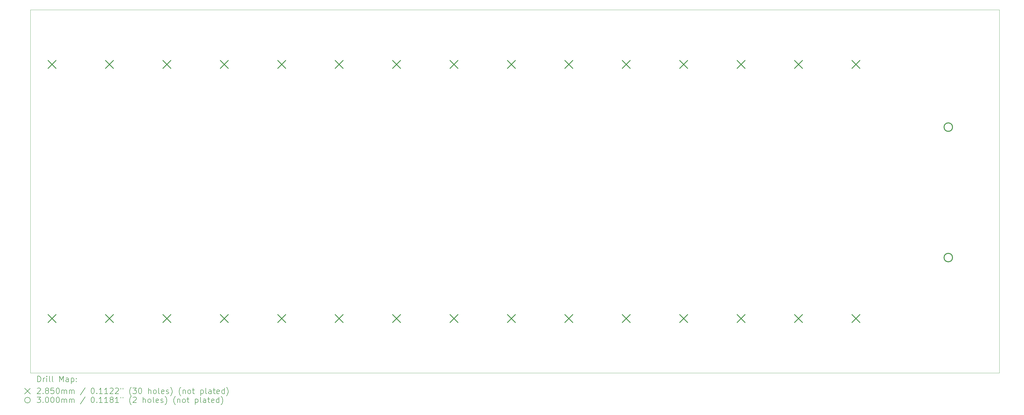
<source format=gbr>
%TF.GenerationSoftware,KiCad,Pcbnew,(6.0.9-0)*%
%TF.CreationDate,2023-02-07T08:34:55+01:00*%
%TF.ProjectId,Backplane,4261636b-706c-4616-9e65-2e6b69636164,A*%
%TF.SameCoordinates,Original*%
%TF.FileFunction,Drillmap*%
%TF.FilePolarity,Positive*%
%FSLAX45Y45*%
G04 Gerber Fmt 4.5, Leading zero omitted, Abs format (unit mm)*
G04 Created by KiCad (PCBNEW (6.0.9-0)) date 2023-02-07 08:34:55*
%MOMM*%
%LPD*%
G01*
G04 APERTURE LIST*
%ADD10C,0.100000*%
%ADD11C,0.200000*%
%ADD12C,0.285000*%
%ADD13C,0.300000*%
G04 APERTURE END LIST*
D10*
X3810000Y-7825500D02*
X38100000Y-7825500D01*
X38100000Y-7825500D02*
X38100000Y-20680500D01*
X38100000Y-20680500D02*
X3810000Y-20680500D01*
X3810000Y-20680500D02*
X3810000Y-7825500D01*
D11*
D12*
X4425250Y-9610500D02*
X4710250Y-9895500D01*
X4710250Y-9610500D02*
X4425250Y-9895500D01*
X4425250Y-18610500D02*
X4710250Y-18895500D01*
X4710250Y-18610500D02*
X4425250Y-18895500D01*
X6457250Y-9610500D02*
X6742250Y-9895500D01*
X6742250Y-9610500D02*
X6457250Y-9895500D01*
X6457250Y-18610500D02*
X6742250Y-18895500D01*
X6742250Y-18610500D02*
X6457250Y-18895500D01*
X8489250Y-9610500D02*
X8774250Y-9895500D01*
X8774250Y-9610500D02*
X8489250Y-9895500D01*
X8489250Y-18610500D02*
X8774250Y-18895500D01*
X8774250Y-18610500D02*
X8489250Y-18895500D01*
X10521250Y-9610500D02*
X10806250Y-9895500D01*
X10806250Y-9610500D02*
X10521250Y-9895500D01*
X10521250Y-18610500D02*
X10806250Y-18895500D01*
X10806250Y-18610500D02*
X10521250Y-18895500D01*
X12553250Y-9610500D02*
X12838250Y-9895500D01*
X12838250Y-9610500D02*
X12553250Y-9895500D01*
X12553250Y-18610500D02*
X12838250Y-18895500D01*
X12838250Y-18610500D02*
X12553250Y-18895500D01*
X14585250Y-9610500D02*
X14870250Y-9895500D01*
X14870250Y-9610500D02*
X14585250Y-9895500D01*
X14585250Y-18610500D02*
X14870250Y-18895500D01*
X14870250Y-18610500D02*
X14585250Y-18895500D01*
X16617250Y-9610500D02*
X16902250Y-9895500D01*
X16902250Y-9610500D02*
X16617250Y-9895500D01*
X16617250Y-18610500D02*
X16902250Y-18895500D01*
X16902250Y-18610500D02*
X16617250Y-18895500D01*
X18649250Y-9610500D02*
X18934250Y-9895500D01*
X18934250Y-9610500D02*
X18649250Y-9895500D01*
X18649250Y-18610500D02*
X18934250Y-18895500D01*
X18934250Y-18610500D02*
X18649250Y-18895500D01*
X20681250Y-9610500D02*
X20966250Y-9895500D01*
X20966250Y-9610500D02*
X20681250Y-9895500D01*
X20681250Y-18610500D02*
X20966250Y-18895500D01*
X20966250Y-18610500D02*
X20681250Y-18895500D01*
X22713250Y-9610500D02*
X22998250Y-9895500D01*
X22998250Y-9610500D02*
X22713250Y-9895500D01*
X22713250Y-18610500D02*
X22998250Y-18895500D01*
X22998250Y-18610500D02*
X22713250Y-18895500D01*
X24745250Y-9610500D02*
X25030250Y-9895500D01*
X25030250Y-9610500D02*
X24745250Y-9895500D01*
X24745250Y-18610500D02*
X25030250Y-18895500D01*
X25030250Y-18610500D02*
X24745250Y-18895500D01*
X26777250Y-9610500D02*
X27062250Y-9895500D01*
X27062250Y-9610500D02*
X26777250Y-9895500D01*
X26777250Y-18610500D02*
X27062250Y-18895500D01*
X27062250Y-18610500D02*
X26777250Y-18895500D01*
X28809250Y-9610500D02*
X29094250Y-9895500D01*
X29094250Y-9610500D02*
X28809250Y-9895500D01*
X28809250Y-18610500D02*
X29094250Y-18895500D01*
X29094250Y-18610500D02*
X28809250Y-18895500D01*
X30841250Y-9610500D02*
X31126250Y-9895500D01*
X31126250Y-9610500D02*
X30841250Y-9895500D01*
X30841250Y-18610500D02*
X31126250Y-18895500D01*
X31126250Y-18610500D02*
X30841250Y-18895500D01*
X32873250Y-9610500D02*
X33158250Y-9895500D01*
X33158250Y-9610500D02*
X32873250Y-9895500D01*
X32873250Y-18610500D02*
X33158250Y-18895500D01*
X33158250Y-18610500D02*
X32873250Y-18895500D01*
D13*
X36440000Y-11976500D02*
G75*
G03*
X36440000Y-11976500I-150000J0D01*
G01*
X36440000Y-16596500D02*
G75*
G03*
X36440000Y-16596500I-150000J0D01*
G01*
D11*
X4062619Y-20995976D02*
X4062619Y-20795976D01*
X4110238Y-20795976D01*
X4138809Y-20805500D01*
X4157857Y-20824548D01*
X4167381Y-20843595D01*
X4176905Y-20881690D01*
X4176905Y-20910262D01*
X4167381Y-20948357D01*
X4157857Y-20967405D01*
X4138809Y-20986452D01*
X4110238Y-20995976D01*
X4062619Y-20995976D01*
X4262619Y-20995976D02*
X4262619Y-20862643D01*
X4262619Y-20900738D02*
X4272143Y-20881690D01*
X4281667Y-20872167D01*
X4300714Y-20862643D01*
X4319762Y-20862643D01*
X4386429Y-20995976D02*
X4386429Y-20862643D01*
X4386429Y-20795976D02*
X4376905Y-20805500D01*
X4386429Y-20815024D01*
X4395952Y-20805500D01*
X4386429Y-20795976D01*
X4386429Y-20815024D01*
X4510238Y-20995976D02*
X4491190Y-20986452D01*
X4481667Y-20967405D01*
X4481667Y-20795976D01*
X4615000Y-20995976D02*
X4595952Y-20986452D01*
X4586429Y-20967405D01*
X4586429Y-20795976D01*
X4843571Y-20995976D02*
X4843571Y-20795976D01*
X4910238Y-20938833D01*
X4976905Y-20795976D01*
X4976905Y-20995976D01*
X5157857Y-20995976D02*
X5157857Y-20891214D01*
X5148333Y-20872167D01*
X5129286Y-20862643D01*
X5091190Y-20862643D01*
X5072143Y-20872167D01*
X5157857Y-20986452D02*
X5138810Y-20995976D01*
X5091190Y-20995976D01*
X5072143Y-20986452D01*
X5062619Y-20967405D01*
X5062619Y-20948357D01*
X5072143Y-20929310D01*
X5091190Y-20919786D01*
X5138810Y-20919786D01*
X5157857Y-20910262D01*
X5253095Y-20862643D02*
X5253095Y-21062643D01*
X5253095Y-20872167D02*
X5272143Y-20862643D01*
X5310238Y-20862643D01*
X5329286Y-20872167D01*
X5338810Y-20881690D01*
X5348333Y-20900738D01*
X5348333Y-20957881D01*
X5338810Y-20976929D01*
X5329286Y-20986452D01*
X5310238Y-20995976D01*
X5272143Y-20995976D01*
X5253095Y-20986452D01*
X5434048Y-20976929D02*
X5443571Y-20986452D01*
X5434048Y-20995976D01*
X5424524Y-20986452D01*
X5434048Y-20976929D01*
X5434048Y-20995976D01*
X5434048Y-20872167D02*
X5443571Y-20881690D01*
X5434048Y-20891214D01*
X5424524Y-20881690D01*
X5434048Y-20872167D01*
X5434048Y-20891214D01*
X3605000Y-21225500D02*
X3805000Y-21425500D01*
X3805000Y-21225500D02*
X3605000Y-21425500D01*
X4053095Y-21235024D02*
X4062619Y-21225500D01*
X4081667Y-21215976D01*
X4129286Y-21215976D01*
X4148333Y-21225500D01*
X4157857Y-21235024D01*
X4167381Y-21254071D01*
X4167381Y-21273119D01*
X4157857Y-21301690D01*
X4043571Y-21415976D01*
X4167381Y-21415976D01*
X4253095Y-21396929D02*
X4262619Y-21406452D01*
X4253095Y-21415976D01*
X4243571Y-21406452D01*
X4253095Y-21396929D01*
X4253095Y-21415976D01*
X4376905Y-21301690D02*
X4357857Y-21292167D01*
X4348333Y-21282643D01*
X4338810Y-21263595D01*
X4338810Y-21254071D01*
X4348333Y-21235024D01*
X4357857Y-21225500D01*
X4376905Y-21215976D01*
X4415000Y-21215976D01*
X4434048Y-21225500D01*
X4443571Y-21235024D01*
X4453095Y-21254071D01*
X4453095Y-21263595D01*
X4443571Y-21282643D01*
X4434048Y-21292167D01*
X4415000Y-21301690D01*
X4376905Y-21301690D01*
X4357857Y-21311214D01*
X4348333Y-21320738D01*
X4338810Y-21339786D01*
X4338810Y-21377881D01*
X4348333Y-21396929D01*
X4357857Y-21406452D01*
X4376905Y-21415976D01*
X4415000Y-21415976D01*
X4434048Y-21406452D01*
X4443571Y-21396929D01*
X4453095Y-21377881D01*
X4453095Y-21339786D01*
X4443571Y-21320738D01*
X4434048Y-21311214D01*
X4415000Y-21301690D01*
X4634048Y-21215976D02*
X4538810Y-21215976D01*
X4529286Y-21311214D01*
X4538810Y-21301690D01*
X4557857Y-21292167D01*
X4605476Y-21292167D01*
X4624524Y-21301690D01*
X4634048Y-21311214D01*
X4643571Y-21330262D01*
X4643571Y-21377881D01*
X4634048Y-21396929D01*
X4624524Y-21406452D01*
X4605476Y-21415976D01*
X4557857Y-21415976D01*
X4538810Y-21406452D01*
X4529286Y-21396929D01*
X4767381Y-21215976D02*
X4786429Y-21215976D01*
X4805476Y-21225500D01*
X4815000Y-21235024D01*
X4824524Y-21254071D01*
X4834048Y-21292167D01*
X4834048Y-21339786D01*
X4824524Y-21377881D01*
X4815000Y-21396929D01*
X4805476Y-21406452D01*
X4786429Y-21415976D01*
X4767381Y-21415976D01*
X4748333Y-21406452D01*
X4738810Y-21396929D01*
X4729286Y-21377881D01*
X4719762Y-21339786D01*
X4719762Y-21292167D01*
X4729286Y-21254071D01*
X4738810Y-21235024D01*
X4748333Y-21225500D01*
X4767381Y-21215976D01*
X4919762Y-21415976D02*
X4919762Y-21282643D01*
X4919762Y-21301690D02*
X4929286Y-21292167D01*
X4948333Y-21282643D01*
X4976905Y-21282643D01*
X4995952Y-21292167D01*
X5005476Y-21311214D01*
X5005476Y-21415976D01*
X5005476Y-21311214D02*
X5015000Y-21292167D01*
X5034048Y-21282643D01*
X5062619Y-21282643D01*
X5081667Y-21292167D01*
X5091190Y-21311214D01*
X5091190Y-21415976D01*
X5186429Y-21415976D02*
X5186429Y-21282643D01*
X5186429Y-21301690D02*
X5195952Y-21292167D01*
X5215000Y-21282643D01*
X5243571Y-21282643D01*
X5262619Y-21292167D01*
X5272143Y-21311214D01*
X5272143Y-21415976D01*
X5272143Y-21311214D02*
X5281667Y-21292167D01*
X5300714Y-21282643D01*
X5329286Y-21282643D01*
X5348333Y-21292167D01*
X5357857Y-21311214D01*
X5357857Y-21415976D01*
X5748333Y-21206452D02*
X5576905Y-21463595D01*
X6005476Y-21215976D02*
X6024524Y-21215976D01*
X6043571Y-21225500D01*
X6053095Y-21235024D01*
X6062619Y-21254071D01*
X6072143Y-21292167D01*
X6072143Y-21339786D01*
X6062619Y-21377881D01*
X6053095Y-21396929D01*
X6043571Y-21406452D01*
X6024524Y-21415976D01*
X6005476Y-21415976D01*
X5986428Y-21406452D01*
X5976905Y-21396929D01*
X5967381Y-21377881D01*
X5957857Y-21339786D01*
X5957857Y-21292167D01*
X5967381Y-21254071D01*
X5976905Y-21235024D01*
X5986428Y-21225500D01*
X6005476Y-21215976D01*
X6157857Y-21396929D02*
X6167381Y-21406452D01*
X6157857Y-21415976D01*
X6148333Y-21406452D01*
X6157857Y-21396929D01*
X6157857Y-21415976D01*
X6357857Y-21415976D02*
X6243571Y-21415976D01*
X6300714Y-21415976D02*
X6300714Y-21215976D01*
X6281667Y-21244548D01*
X6262619Y-21263595D01*
X6243571Y-21273119D01*
X6548333Y-21415976D02*
X6434048Y-21415976D01*
X6491190Y-21415976D02*
X6491190Y-21215976D01*
X6472143Y-21244548D01*
X6453095Y-21263595D01*
X6434048Y-21273119D01*
X6624524Y-21235024D02*
X6634048Y-21225500D01*
X6653095Y-21215976D01*
X6700714Y-21215976D01*
X6719762Y-21225500D01*
X6729286Y-21235024D01*
X6738809Y-21254071D01*
X6738809Y-21273119D01*
X6729286Y-21301690D01*
X6615000Y-21415976D01*
X6738809Y-21415976D01*
X6815000Y-21235024D02*
X6824524Y-21225500D01*
X6843571Y-21215976D01*
X6891190Y-21215976D01*
X6910238Y-21225500D01*
X6919762Y-21235024D01*
X6929286Y-21254071D01*
X6929286Y-21273119D01*
X6919762Y-21301690D01*
X6805476Y-21415976D01*
X6929286Y-21415976D01*
X7005476Y-21215976D02*
X7005476Y-21254071D01*
X7081667Y-21215976D02*
X7081667Y-21254071D01*
X7376905Y-21492167D02*
X7367381Y-21482643D01*
X7348333Y-21454071D01*
X7338809Y-21435024D01*
X7329286Y-21406452D01*
X7319762Y-21358833D01*
X7319762Y-21320738D01*
X7329286Y-21273119D01*
X7338809Y-21244548D01*
X7348333Y-21225500D01*
X7367381Y-21196929D01*
X7376905Y-21187405D01*
X7434048Y-21215976D02*
X7557857Y-21215976D01*
X7491190Y-21292167D01*
X7519762Y-21292167D01*
X7538809Y-21301690D01*
X7548333Y-21311214D01*
X7557857Y-21330262D01*
X7557857Y-21377881D01*
X7548333Y-21396929D01*
X7538809Y-21406452D01*
X7519762Y-21415976D01*
X7462619Y-21415976D01*
X7443571Y-21406452D01*
X7434048Y-21396929D01*
X7681667Y-21215976D02*
X7700714Y-21215976D01*
X7719762Y-21225500D01*
X7729286Y-21235024D01*
X7738809Y-21254071D01*
X7748333Y-21292167D01*
X7748333Y-21339786D01*
X7738809Y-21377881D01*
X7729286Y-21396929D01*
X7719762Y-21406452D01*
X7700714Y-21415976D01*
X7681667Y-21415976D01*
X7662619Y-21406452D01*
X7653095Y-21396929D01*
X7643571Y-21377881D01*
X7634048Y-21339786D01*
X7634048Y-21292167D01*
X7643571Y-21254071D01*
X7653095Y-21235024D01*
X7662619Y-21225500D01*
X7681667Y-21215976D01*
X7986428Y-21415976D02*
X7986428Y-21215976D01*
X8072143Y-21415976D02*
X8072143Y-21311214D01*
X8062619Y-21292167D01*
X8043571Y-21282643D01*
X8015000Y-21282643D01*
X7995952Y-21292167D01*
X7986428Y-21301690D01*
X8195952Y-21415976D02*
X8176905Y-21406452D01*
X8167381Y-21396929D01*
X8157857Y-21377881D01*
X8157857Y-21320738D01*
X8167381Y-21301690D01*
X8176905Y-21292167D01*
X8195952Y-21282643D01*
X8224524Y-21282643D01*
X8243571Y-21292167D01*
X8253095Y-21301690D01*
X8262619Y-21320738D01*
X8262619Y-21377881D01*
X8253095Y-21396929D01*
X8243571Y-21406452D01*
X8224524Y-21415976D01*
X8195952Y-21415976D01*
X8376905Y-21415976D02*
X8357857Y-21406452D01*
X8348333Y-21387405D01*
X8348333Y-21215976D01*
X8529286Y-21406452D02*
X8510238Y-21415976D01*
X8472143Y-21415976D01*
X8453095Y-21406452D01*
X8443571Y-21387405D01*
X8443571Y-21311214D01*
X8453095Y-21292167D01*
X8472143Y-21282643D01*
X8510238Y-21282643D01*
X8529286Y-21292167D01*
X8538810Y-21311214D01*
X8538810Y-21330262D01*
X8443571Y-21349310D01*
X8615000Y-21406452D02*
X8634048Y-21415976D01*
X8672143Y-21415976D01*
X8691190Y-21406452D01*
X8700714Y-21387405D01*
X8700714Y-21377881D01*
X8691190Y-21358833D01*
X8672143Y-21349310D01*
X8643571Y-21349310D01*
X8624524Y-21339786D01*
X8615000Y-21320738D01*
X8615000Y-21311214D01*
X8624524Y-21292167D01*
X8643571Y-21282643D01*
X8672143Y-21282643D01*
X8691190Y-21292167D01*
X8767381Y-21492167D02*
X8776905Y-21482643D01*
X8795952Y-21454071D01*
X8805476Y-21435024D01*
X8815000Y-21406452D01*
X8824524Y-21358833D01*
X8824524Y-21320738D01*
X8815000Y-21273119D01*
X8805476Y-21244548D01*
X8795952Y-21225500D01*
X8776905Y-21196929D01*
X8767381Y-21187405D01*
X9129286Y-21492167D02*
X9119762Y-21482643D01*
X9100714Y-21454071D01*
X9091190Y-21435024D01*
X9081667Y-21406452D01*
X9072143Y-21358833D01*
X9072143Y-21320738D01*
X9081667Y-21273119D01*
X9091190Y-21244548D01*
X9100714Y-21225500D01*
X9119762Y-21196929D01*
X9129286Y-21187405D01*
X9205476Y-21282643D02*
X9205476Y-21415976D01*
X9205476Y-21301690D02*
X9215000Y-21292167D01*
X9234048Y-21282643D01*
X9262619Y-21282643D01*
X9281667Y-21292167D01*
X9291190Y-21311214D01*
X9291190Y-21415976D01*
X9415000Y-21415976D02*
X9395952Y-21406452D01*
X9386429Y-21396929D01*
X9376905Y-21377881D01*
X9376905Y-21320738D01*
X9386429Y-21301690D01*
X9395952Y-21292167D01*
X9415000Y-21282643D01*
X9443571Y-21282643D01*
X9462619Y-21292167D01*
X9472143Y-21301690D01*
X9481667Y-21320738D01*
X9481667Y-21377881D01*
X9472143Y-21396929D01*
X9462619Y-21406452D01*
X9443571Y-21415976D01*
X9415000Y-21415976D01*
X9538810Y-21282643D02*
X9615000Y-21282643D01*
X9567381Y-21215976D02*
X9567381Y-21387405D01*
X9576905Y-21406452D01*
X9595952Y-21415976D01*
X9615000Y-21415976D01*
X9834048Y-21282643D02*
X9834048Y-21482643D01*
X9834048Y-21292167D02*
X9853095Y-21282643D01*
X9891190Y-21282643D01*
X9910238Y-21292167D01*
X9919762Y-21301690D01*
X9929286Y-21320738D01*
X9929286Y-21377881D01*
X9919762Y-21396929D01*
X9910238Y-21406452D01*
X9891190Y-21415976D01*
X9853095Y-21415976D01*
X9834048Y-21406452D01*
X10043571Y-21415976D02*
X10024524Y-21406452D01*
X10015000Y-21387405D01*
X10015000Y-21215976D01*
X10205476Y-21415976D02*
X10205476Y-21311214D01*
X10195952Y-21292167D01*
X10176905Y-21282643D01*
X10138810Y-21282643D01*
X10119762Y-21292167D01*
X10205476Y-21406452D02*
X10186429Y-21415976D01*
X10138810Y-21415976D01*
X10119762Y-21406452D01*
X10110238Y-21387405D01*
X10110238Y-21368357D01*
X10119762Y-21349310D01*
X10138810Y-21339786D01*
X10186429Y-21339786D01*
X10205476Y-21330262D01*
X10272143Y-21282643D02*
X10348333Y-21282643D01*
X10300714Y-21215976D02*
X10300714Y-21387405D01*
X10310238Y-21406452D01*
X10329286Y-21415976D01*
X10348333Y-21415976D01*
X10491190Y-21406452D02*
X10472143Y-21415976D01*
X10434048Y-21415976D01*
X10415000Y-21406452D01*
X10405476Y-21387405D01*
X10405476Y-21311214D01*
X10415000Y-21292167D01*
X10434048Y-21282643D01*
X10472143Y-21282643D01*
X10491190Y-21292167D01*
X10500714Y-21311214D01*
X10500714Y-21330262D01*
X10405476Y-21349310D01*
X10672143Y-21415976D02*
X10672143Y-21215976D01*
X10672143Y-21406452D02*
X10653095Y-21415976D01*
X10615000Y-21415976D01*
X10595952Y-21406452D01*
X10586429Y-21396929D01*
X10576905Y-21377881D01*
X10576905Y-21320738D01*
X10586429Y-21301690D01*
X10595952Y-21292167D01*
X10615000Y-21282643D01*
X10653095Y-21282643D01*
X10672143Y-21292167D01*
X10748333Y-21492167D02*
X10757857Y-21482643D01*
X10776905Y-21454071D01*
X10786429Y-21435024D01*
X10795952Y-21406452D01*
X10805476Y-21358833D01*
X10805476Y-21320738D01*
X10795952Y-21273119D01*
X10786429Y-21244548D01*
X10776905Y-21225500D01*
X10757857Y-21196929D01*
X10748333Y-21187405D01*
X3805000Y-21645500D02*
G75*
G03*
X3805000Y-21645500I-100000J0D01*
G01*
X4043571Y-21535976D02*
X4167381Y-21535976D01*
X4100714Y-21612167D01*
X4129286Y-21612167D01*
X4148333Y-21621690D01*
X4157857Y-21631214D01*
X4167381Y-21650262D01*
X4167381Y-21697881D01*
X4157857Y-21716929D01*
X4148333Y-21726452D01*
X4129286Y-21735976D01*
X4072143Y-21735976D01*
X4053095Y-21726452D01*
X4043571Y-21716929D01*
X4253095Y-21716929D02*
X4262619Y-21726452D01*
X4253095Y-21735976D01*
X4243571Y-21726452D01*
X4253095Y-21716929D01*
X4253095Y-21735976D01*
X4386429Y-21535976D02*
X4405476Y-21535976D01*
X4424524Y-21545500D01*
X4434048Y-21555024D01*
X4443571Y-21574071D01*
X4453095Y-21612167D01*
X4453095Y-21659786D01*
X4443571Y-21697881D01*
X4434048Y-21716929D01*
X4424524Y-21726452D01*
X4405476Y-21735976D01*
X4386429Y-21735976D01*
X4367381Y-21726452D01*
X4357857Y-21716929D01*
X4348333Y-21697881D01*
X4338810Y-21659786D01*
X4338810Y-21612167D01*
X4348333Y-21574071D01*
X4357857Y-21555024D01*
X4367381Y-21545500D01*
X4386429Y-21535976D01*
X4576905Y-21535976D02*
X4595952Y-21535976D01*
X4615000Y-21545500D01*
X4624524Y-21555024D01*
X4634048Y-21574071D01*
X4643571Y-21612167D01*
X4643571Y-21659786D01*
X4634048Y-21697881D01*
X4624524Y-21716929D01*
X4615000Y-21726452D01*
X4595952Y-21735976D01*
X4576905Y-21735976D01*
X4557857Y-21726452D01*
X4548333Y-21716929D01*
X4538810Y-21697881D01*
X4529286Y-21659786D01*
X4529286Y-21612167D01*
X4538810Y-21574071D01*
X4548333Y-21555024D01*
X4557857Y-21545500D01*
X4576905Y-21535976D01*
X4767381Y-21535976D02*
X4786429Y-21535976D01*
X4805476Y-21545500D01*
X4815000Y-21555024D01*
X4824524Y-21574071D01*
X4834048Y-21612167D01*
X4834048Y-21659786D01*
X4824524Y-21697881D01*
X4815000Y-21716929D01*
X4805476Y-21726452D01*
X4786429Y-21735976D01*
X4767381Y-21735976D01*
X4748333Y-21726452D01*
X4738810Y-21716929D01*
X4729286Y-21697881D01*
X4719762Y-21659786D01*
X4719762Y-21612167D01*
X4729286Y-21574071D01*
X4738810Y-21555024D01*
X4748333Y-21545500D01*
X4767381Y-21535976D01*
X4919762Y-21735976D02*
X4919762Y-21602643D01*
X4919762Y-21621690D02*
X4929286Y-21612167D01*
X4948333Y-21602643D01*
X4976905Y-21602643D01*
X4995952Y-21612167D01*
X5005476Y-21631214D01*
X5005476Y-21735976D01*
X5005476Y-21631214D02*
X5015000Y-21612167D01*
X5034048Y-21602643D01*
X5062619Y-21602643D01*
X5081667Y-21612167D01*
X5091190Y-21631214D01*
X5091190Y-21735976D01*
X5186429Y-21735976D02*
X5186429Y-21602643D01*
X5186429Y-21621690D02*
X5195952Y-21612167D01*
X5215000Y-21602643D01*
X5243571Y-21602643D01*
X5262619Y-21612167D01*
X5272143Y-21631214D01*
X5272143Y-21735976D01*
X5272143Y-21631214D02*
X5281667Y-21612167D01*
X5300714Y-21602643D01*
X5329286Y-21602643D01*
X5348333Y-21612167D01*
X5357857Y-21631214D01*
X5357857Y-21735976D01*
X5748333Y-21526452D02*
X5576905Y-21783595D01*
X6005476Y-21535976D02*
X6024524Y-21535976D01*
X6043571Y-21545500D01*
X6053095Y-21555024D01*
X6062619Y-21574071D01*
X6072143Y-21612167D01*
X6072143Y-21659786D01*
X6062619Y-21697881D01*
X6053095Y-21716929D01*
X6043571Y-21726452D01*
X6024524Y-21735976D01*
X6005476Y-21735976D01*
X5986428Y-21726452D01*
X5976905Y-21716929D01*
X5967381Y-21697881D01*
X5957857Y-21659786D01*
X5957857Y-21612167D01*
X5967381Y-21574071D01*
X5976905Y-21555024D01*
X5986428Y-21545500D01*
X6005476Y-21535976D01*
X6157857Y-21716929D02*
X6167381Y-21726452D01*
X6157857Y-21735976D01*
X6148333Y-21726452D01*
X6157857Y-21716929D01*
X6157857Y-21735976D01*
X6357857Y-21735976D02*
X6243571Y-21735976D01*
X6300714Y-21735976D02*
X6300714Y-21535976D01*
X6281667Y-21564548D01*
X6262619Y-21583595D01*
X6243571Y-21593119D01*
X6548333Y-21735976D02*
X6434048Y-21735976D01*
X6491190Y-21735976D02*
X6491190Y-21535976D01*
X6472143Y-21564548D01*
X6453095Y-21583595D01*
X6434048Y-21593119D01*
X6662619Y-21621690D02*
X6643571Y-21612167D01*
X6634048Y-21602643D01*
X6624524Y-21583595D01*
X6624524Y-21574071D01*
X6634048Y-21555024D01*
X6643571Y-21545500D01*
X6662619Y-21535976D01*
X6700714Y-21535976D01*
X6719762Y-21545500D01*
X6729286Y-21555024D01*
X6738809Y-21574071D01*
X6738809Y-21583595D01*
X6729286Y-21602643D01*
X6719762Y-21612167D01*
X6700714Y-21621690D01*
X6662619Y-21621690D01*
X6643571Y-21631214D01*
X6634048Y-21640738D01*
X6624524Y-21659786D01*
X6624524Y-21697881D01*
X6634048Y-21716929D01*
X6643571Y-21726452D01*
X6662619Y-21735976D01*
X6700714Y-21735976D01*
X6719762Y-21726452D01*
X6729286Y-21716929D01*
X6738809Y-21697881D01*
X6738809Y-21659786D01*
X6729286Y-21640738D01*
X6719762Y-21631214D01*
X6700714Y-21621690D01*
X6929286Y-21735976D02*
X6815000Y-21735976D01*
X6872143Y-21735976D02*
X6872143Y-21535976D01*
X6853095Y-21564548D01*
X6834048Y-21583595D01*
X6815000Y-21593119D01*
X7005476Y-21535976D02*
X7005476Y-21574071D01*
X7081667Y-21535976D02*
X7081667Y-21574071D01*
X7376905Y-21812167D02*
X7367381Y-21802643D01*
X7348333Y-21774071D01*
X7338809Y-21755024D01*
X7329286Y-21726452D01*
X7319762Y-21678833D01*
X7319762Y-21640738D01*
X7329286Y-21593119D01*
X7338809Y-21564548D01*
X7348333Y-21545500D01*
X7367381Y-21516929D01*
X7376905Y-21507405D01*
X7443571Y-21555024D02*
X7453095Y-21545500D01*
X7472143Y-21535976D01*
X7519762Y-21535976D01*
X7538809Y-21545500D01*
X7548333Y-21555024D01*
X7557857Y-21574071D01*
X7557857Y-21593119D01*
X7548333Y-21621690D01*
X7434048Y-21735976D01*
X7557857Y-21735976D01*
X7795952Y-21735976D02*
X7795952Y-21535976D01*
X7881667Y-21735976D02*
X7881667Y-21631214D01*
X7872143Y-21612167D01*
X7853095Y-21602643D01*
X7824524Y-21602643D01*
X7805476Y-21612167D01*
X7795952Y-21621690D01*
X8005476Y-21735976D02*
X7986428Y-21726452D01*
X7976905Y-21716929D01*
X7967381Y-21697881D01*
X7967381Y-21640738D01*
X7976905Y-21621690D01*
X7986428Y-21612167D01*
X8005476Y-21602643D01*
X8034048Y-21602643D01*
X8053095Y-21612167D01*
X8062619Y-21621690D01*
X8072143Y-21640738D01*
X8072143Y-21697881D01*
X8062619Y-21716929D01*
X8053095Y-21726452D01*
X8034048Y-21735976D01*
X8005476Y-21735976D01*
X8186428Y-21735976D02*
X8167381Y-21726452D01*
X8157857Y-21707405D01*
X8157857Y-21535976D01*
X8338809Y-21726452D02*
X8319762Y-21735976D01*
X8281667Y-21735976D01*
X8262619Y-21726452D01*
X8253095Y-21707405D01*
X8253095Y-21631214D01*
X8262619Y-21612167D01*
X8281667Y-21602643D01*
X8319762Y-21602643D01*
X8338809Y-21612167D01*
X8348333Y-21631214D01*
X8348333Y-21650262D01*
X8253095Y-21669310D01*
X8424524Y-21726452D02*
X8443571Y-21735976D01*
X8481667Y-21735976D01*
X8500714Y-21726452D01*
X8510238Y-21707405D01*
X8510238Y-21697881D01*
X8500714Y-21678833D01*
X8481667Y-21669310D01*
X8453095Y-21669310D01*
X8434048Y-21659786D01*
X8424524Y-21640738D01*
X8424524Y-21631214D01*
X8434048Y-21612167D01*
X8453095Y-21602643D01*
X8481667Y-21602643D01*
X8500714Y-21612167D01*
X8576905Y-21812167D02*
X8586429Y-21802643D01*
X8605476Y-21774071D01*
X8615000Y-21755024D01*
X8624524Y-21726452D01*
X8634048Y-21678833D01*
X8634048Y-21640738D01*
X8624524Y-21593119D01*
X8615000Y-21564548D01*
X8605476Y-21545500D01*
X8586429Y-21516929D01*
X8576905Y-21507405D01*
X8938810Y-21812167D02*
X8929286Y-21802643D01*
X8910238Y-21774071D01*
X8900714Y-21755024D01*
X8891190Y-21726452D01*
X8881667Y-21678833D01*
X8881667Y-21640738D01*
X8891190Y-21593119D01*
X8900714Y-21564548D01*
X8910238Y-21545500D01*
X8929286Y-21516929D01*
X8938810Y-21507405D01*
X9015000Y-21602643D02*
X9015000Y-21735976D01*
X9015000Y-21621690D02*
X9024524Y-21612167D01*
X9043571Y-21602643D01*
X9072143Y-21602643D01*
X9091190Y-21612167D01*
X9100714Y-21631214D01*
X9100714Y-21735976D01*
X9224524Y-21735976D02*
X9205476Y-21726452D01*
X9195952Y-21716929D01*
X9186429Y-21697881D01*
X9186429Y-21640738D01*
X9195952Y-21621690D01*
X9205476Y-21612167D01*
X9224524Y-21602643D01*
X9253095Y-21602643D01*
X9272143Y-21612167D01*
X9281667Y-21621690D01*
X9291190Y-21640738D01*
X9291190Y-21697881D01*
X9281667Y-21716929D01*
X9272143Y-21726452D01*
X9253095Y-21735976D01*
X9224524Y-21735976D01*
X9348333Y-21602643D02*
X9424524Y-21602643D01*
X9376905Y-21535976D02*
X9376905Y-21707405D01*
X9386429Y-21726452D01*
X9405476Y-21735976D01*
X9424524Y-21735976D01*
X9643571Y-21602643D02*
X9643571Y-21802643D01*
X9643571Y-21612167D02*
X9662619Y-21602643D01*
X9700714Y-21602643D01*
X9719762Y-21612167D01*
X9729286Y-21621690D01*
X9738810Y-21640738D01*
X9738810Y-21697881D01*
X9729286Y-21716929D01*
X9719762Y-21726452D01*
X9700714Y-21735976D01*
X9662619Y-21735976D01*
X9643571Y-21726452D01*
X9853095Y-21735976D02*
X9834048Y-21726452D01*
X9824524Y-21707405D01*
X9824524Y-21535976D01*
X10015000Y-21735976D02*
X10015000Y-21631214D01*
X10005476Y-21612167D01*
X9986429Y-21602643D01*
X9948333Y-21602643D01*
X9929286Y-21612167D01*
X10015000Y-21726452D02*
X9995952Y-21735976D01*
X9948333Y-21735976D01*
X9929286Y-21726452D01*
X9919762Y-21707405D01*
X9919762Y-21688357D01*
X9929286Y-21669310D01*
X9948333Y-21659786D01*
X9995952Y-21659786D01*
X10015000Y-21650262D01*
X10081667Y-21602643D02*
X10157857Y-21602643D01*
X10110238Y-21535976D02*
X10110238Y-21707405D01*
X10119762Y-21726452D01*
X10138810Y-21735976D01*
X10157857Y-21735976D01*
X10300714Y-21726452D02*
X10281667Y-21735976D01*
X10243571Y-21735976D01*
X10224524Y-21726452D01*
X10215000Y-21707405D01*
X10215000Y-21631214D01*
X10224524Y-21612167D01*
X10243571Y-21602643D01*
X10281667Y-21602643D01*
X10300714Y-21612167D01*
X10310238Y-21631214D01*
X10310238Y-21650262D01*
X10215000Y-21669310D01*
X10481667Y-21735976D02*
X10481667Y-21535976D01*
X10481667Y-21726452D02*
X10462619Y-21735976D01*
X10424524Y-21735976D01*
X10405476Y-21726452D01*
X10395952Y-21716929D01*
X10386429Y-21697881D01*
X10386429Y-21640738D01*
X10395952Y-21621690D01*
X10405476Y-21612167D01*
X10424524Y-21602643D01*
X10462619Y-21602643D01*
X10481667Y-21612167D01*
X10557857Y-21812167D02*
X10567381Y-21802643D01*
X10586429Y-21774071D01*
X10595952Y-21755024D01*
X10605476Y-21726452D01*
X10615000Y-21678833D01*
X10615000Y-21640738D01*
X10605476Y-21593119D01*
X10595952Y-21564548D01*
X10586429Y-21545500D01*
X10567381Y-21516929D01*
X10557857Y-21507405D01*
M02*

</source>
